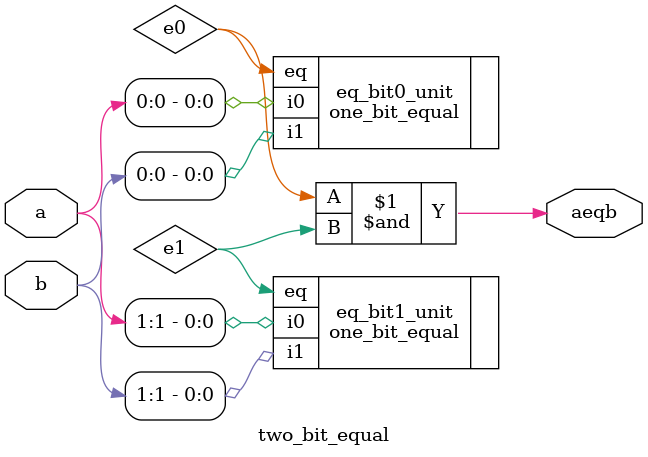
<source format=v>
`timescale 1ns / 1ps

module two_bit_equal(                   //previously known as eq2
    input wire [1:0] a, b,
    output wire aeqb );
    
    wire e0, e1;
    
    one_bit_equal eq_bit0_unit (.i0(a[0]), .i1(b[0]), .eq(e0));         //
    one_bit_equal eq_bit1_unit (.i0(a[1]), .i1(b[1]), .eq(e1));
    
    assign aeqb = e0 & e1;
    
endmodule

</source>
